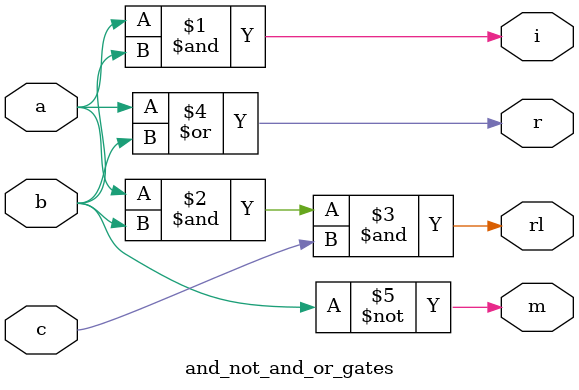
<source format=v>
module and_not_and_or_gates (output i, m, rl, r, input a, b, c);
  and (i, a,b);   // i= ignition is the output, a and b are inputs
  not (m, b);  // m = motor is the output, b are inputs
  and (rl, a, b, c);  // rl = remote * locked is the output, a and b, c are inputs
  or  (r,  a, b);  //r = or(engine) is the output , a and b are inputs
endmodule
</source>
